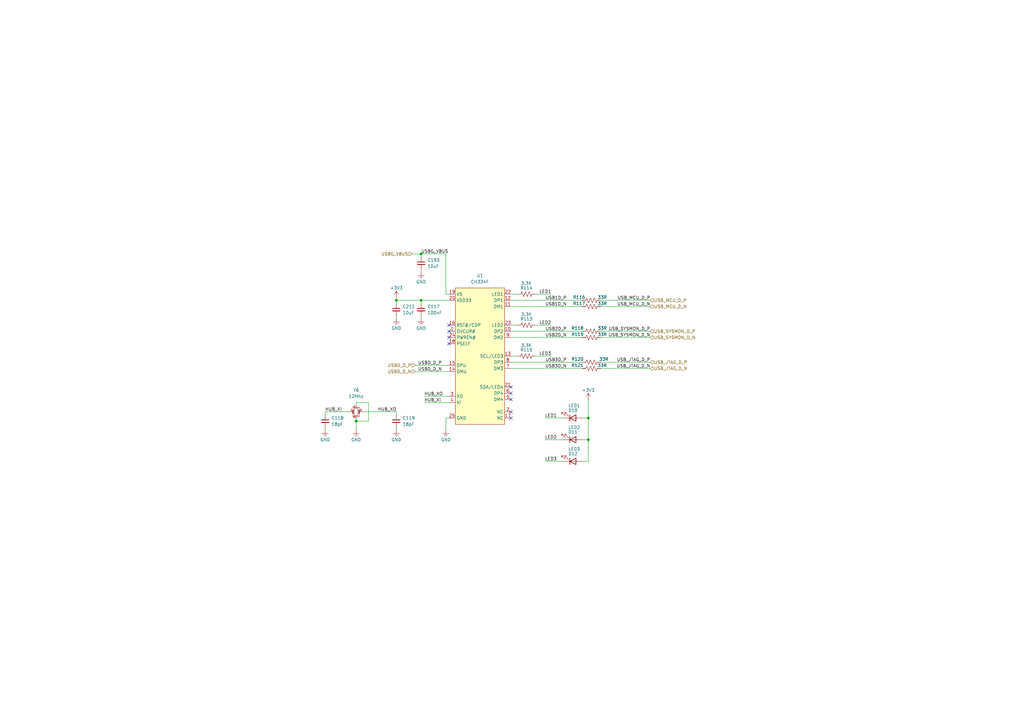
<source format=kicad_sch>
(kicad_sch (version 20250114) (generator "eeschema") (generator_version "9.0")
  (paper "A3")
  (title_block (title "USB Hub") (date "2025-02-18") (rev "3.0") (company "Drexel University") (comment 1 "Designed by John Hofmeyr"))
  (lib_symbols
    (symbol "Device:C_Small" (pin_numbers (hide yes)) (pin_names (offset 0.254) (hide yes))
      (property "Reference" "C" (at 0.254 1.778 0))
      (property "Value" "C_Small" (at 0.254 -2.032 0))
      (symbol "C_Small_0_1"
        (polyline (pts (xy -1.524 0.508) (xy 1.524 0.508)) (stroke (width 0.3048)))
        (polyline (pts (xy -1.524 -0.508) (xy 1.524 -0.508)) (stroke (width 0.3302)))
      )
      (symbol "C_Small_1_1"
        (pin passive line (at 0 2.54 270) (length 2.032) (name "~") (number "1"))
        (pin passive line (at 0 -2.54 90) (length 2.032) (name "~") (number "2"))
      )
    )
    (symbol "Device:Crystal_GND24_Small" (pin_names (offset 1.016) (hide yes))
      (property "Reference" "Y" (at 1.27 4.445 0))
      (property "Value" "Crystal_GND24_Small" (at 1.27 2.54 0))
      (symbol "Crystal_GND24_Small_0_1"
        (polyline (pts (xy -1.27 1.27) (xy -1.27 1.905) (xy 1.27 1.905) (xy 1.27 1.27)))
        (polyline (pts (xy -1.27 -0.762) (xy -1.27 0.762)) (stroke (width 0.381)))
        (polyline (pts (xy -1.27 -1.27) (xy -1.27 -1.905) (xy 1.27 -1.905) (xy 1.27 -1.27)))
        (rectangle (start -0.762 -1.524) (end 0.762 1.524))
        (polyline (pts (xy 1.27 -0.762) (xy 1.27 0.762)) (stroke (width 0.381)))
      )
      (symbol "Crystal_GND24_Small_1_1"
        (pin passive line (at -2.54 0 0) (length 1.27) (name "1") (number "1"))
        (pin passive line (at 0 2.54 270) (length 0.635) (name "4") (number "4"))
        (pin passive line (at 0 -2.54 90) (length 0.635) (name "2") (number "2"))
        (pin passive line (at 2.54 0 180) (length 1.27) (name "3") (number "3"))
      )
    )
    (symbol "Device:LED" (pin_numbers (hide yes)) (pin_names (offset 1.016) (hide yes))
      (property "Reference" "D" (at 0 2.54 0))
      (property "Value" "LED" (at 0 -2.54 0))
      (symbol "LED_0_1"
        (polyline (pts (xy -3.048 -0.762) (xy -4.572 -2.286) (xy -3.81 -2.286) (xy -4.572 -2.286) (xy -4.572 -1.524)))
        (polyline (pts (xy -1.778 -0.762) (xy -3.302 -2.286) (xy -2.54 -2.286) (xy -3.302 -2.286) (xy -3.302 -1.524)))
        (polyline (pts (xy -1.27 0) (xy 1.27 0)))
        (polyline (pts (xy -1.27 -1.27) (xy -1.27 1.27)) (stroke (width 0.254)))
        (polyline (pts (xy 1.27 -1.27) (xy 1.27 1.27) (xy -1.27 0) (xy 1.27 -1.27)) (stroke (width 0.254)))
      )
      (symbol "LED_1_1"
        (pin passive line (at -3.81 0 0) (length 2.54) (name "K") (number "1"))
        (pin passive line (at 3.81 0 180) (length 2.54) (name "A") (number "2"))
      )
    )
    (symbol "Device:R_US" (pin_numbers (hide yes)) (pin_names (offset 0))
      (property "Reference" "R" (at 2.54 0 90))
      (property "Value" "R_US" (at -2.54 0 90))
      (symbol "R_US_0_1"
        (polyline (pts (xy 0 2.286) (xy 0 2.54)))
        (polyline (pts (xy 0 2.286) (xy 1.016 1.905) (xy 0 1.524) (xy -1.016 1.143) (xy 0 0.762)))
        (polyline (pts (xy 0 0.762) (xy 1.016 0.381) (xy 0 0) (xy -1.016 -0.381) (xy 0 -0.762)))
        (polyline (pts (xy 0 -0.762) (xy 1.016 -1.143) (xy 0 -1.524) (xy -1.016 -1.905) (xy 0 -2.286)))
        (polyline (pts (xy 0 -2.286) (xy 0 -2.54)))
      )
      (symbol "R_US_1_1"
        (pin passive line (at 0 3.81 270) (length 1.27) (name "~") (number "1"))
        (pin passive line (at 0 -3.81 90) (length 1.27) (name "~") (number "2"))
      )
    )
    (symbol "IO_Module:CH334F"
      (property "Reference" "U" (at 10.16 57.15 0))
      (property "Value" "CH334F" (at 10.16 54.61 0))
      (symbol "CH334F_1_1"
        (rectangle (start 0 53.34) (end 20.32 -2.54) (fill (type background)))
        (pin passive line (at -2.54 50.8 0) (length 2.54) (name "V5") (number "19"))
        (pin passive line (at -2.54 48.26 0) (length 2.54) (name "VDD33") (number "20"))
        (pin passive line (at -2.54 38.1 0) (length 2.54) (name "RST#/CDP") (number "16"))
        (pin passive line (at -2.54 35.56 0) (length 2.54) (name "OVCUR#") (number "1"))
        (pin passive line (at -2.54 33.02 0) (length 2.54) (name "PWREN#") (number "24"))
        (pin passive line (at -2.54 30.48 0) (length 2.54) (name "PSELF") (number "18"))
        (pin passive line (at -2.54 21.59 0) (length 2.54) (name "DPU") (number "15"))
        (pin passive line (at -2.54 19.05 0) (length 2.54) (name "DMU") (number "14"))
        (pin passive line (at -2.54 8.89 0) (length 2.54) (name "XO") (number "3"))
        (pin passive line (at -2.54 6.35 0) (length 2.54) (name "XI") (number "4"))
        (pin passive line (at -2.54 0 0) (length 2.54) (name "GND") (number "25"))
        (pin passive line (at 22.86 50.8 180) (length 2.54) (name "LED1") (number "22"))
        (pin passive line (at 22.86 48.26 180) (length 2.54) (name "DP1") (number "12"))
        (pin passive line (at 22.86 45.72 180) (length 2.54) (name "DM1") (number "11"))
        (pin passive line (at 22.86 38.1 180) (length 2.54) (name "LED2") (number "23"))
        (pin passive line (at 22.86 35.56 180) (length 2.54) (name "DP2") (number "10"))
        (pin passive line (at 22.86 33.02 180) (length 2.54) (name "DM2") (number "9"))
        (pin passive line (at 22.86 25.4 180) (length 2.54) (name "SCL/LED3") (number "13"))
        (pin passive line (at 22.86 22.86 180) (length 2.54) (name "DP3") (number "8"))
        (pin passive line (at 22.86 20.32 180) (length 2.54) (name "DM3") (number "7"))
        (pin passive line (at 22.86 12.7 180) (length 2.54) (name "SDA/LED4") (number "21"))
        (pin passive line (at 22.86 10.16 180) (length 2.54) (name "DP4") (number "6"))
        (pin passive line (at 22.86 7.62 180) (length 2.54) (name "DM4") (number "5"))
        (pin passive line (at 22.86 2.54 180) (length 2.54) (name "NC") (number "2"))
        (pin passive line (at 22.86 0 180) (length 2.54) (name "NC") (number "17"))
      )
    )
    (symbol "power:+3V3" (power) (pin_numbers (hide yes)) (pin_names (offset 0) (hide yes))
      (property "Value" "+3V3" (at 0 3.556 0))
      (symbol "+3V3_0_1"
        (polyline (pts (xy -0.762 1.27) (xy 0 2.54)))
        (polyline (pts (xy 0 2.54) (xy 0.762 1.27)))
        (polyline (pts (xy 0 0) (xy 0 2.54)))
      )
      (symbol "+3V3_1_1"
        (pin power_in line (at 0 0 90) (length 0) (name "~") (number "1"))
      )
    )
    (symbol "power:GND" (power) (pin_numbers (hide yes)) (pin_names (offset 0) (hide yes))
      (property "Value" "GND" (at 0 -3.81 0))
      (symbol "GND_0_1"
        (polyline (pts (xy -0.635 -1.905) (xy 0.635 -1.905)))
        (polyline (pts (xy -0.127 -2.54) (xy 0.127 -2.54)))
        (polyline (pts (xy 0 -1.27) (xy 0 0)))
        (polyline (pts (xy 1.27 -1.27) (xy -1.27 -1.27)))
      )
      (symbol "GND_1_1"
        (pin power_in line (at 0 0 270) (length 0) (name "~") (number "1"))
      )
    )
  )
  (junction (at 162.56 123.19))
  (junction (at 241.3 180.34))
  (junction (at 146.05 172.72))
  (junction (at 172.72 104.14))
  (junction (at 172.72 123.19))
  (junction (at 241.3 171.45))
  (no_connect (at 209.55 168.91))
  (no_connect (at 184.15 135.89))
  (no_connect (at 184.15 138.43))
  (no_connect (at 209.55 161.29))
  (no_connect (at 184.15 140.97))
  (no_connect (at 184.15 133.35))
  (no_connect (at 209.55 163.83))
  (no_connect (at 209.55 171.45))
  (no_connect (at 209.55 158.75))
  (wire (pts (xy 162.56 129.54) (xy 162.56 130.81)))
  (wire (pts (xy 241.3 180.34) (xy 241.3 189.23)))
  (wire (pts (xy 162.56 123.19) (xy 172.72 123.19)))
  (wire (pts (xy 209.55 151.13) (xy 238.76 151.13)))
  (wire (pts (xy 209.55 133.35) (xy 212.09 133.35)))
  (wire (pts (xy 209.55 125.73) (xy 238.76 125.73)))
  (wire (pts (xy 184.15 152.4) (xy 170.18 152.4)))
  (wire (pts (xy 246.38 151.13) (xy 266.7 151.13)))
  (wire (pts (xy 162.56 175.26) (xy 162.56 176.53)))
  (wire (pts (xy 238.76 189.23) (xy 241.3 189.23)))
  (wire (pts (xy 182.88 120.65) (xy 182.88 104.14)))
  (wire (pts (xy 184.15 171.45) (xy 182.88 171.45)))
  (wire (pts (xy 246.38 138.43) (xy 266.7 138.43)))
  (wire (pts (xy 172.72 104.14) (xy 182.88 104.14)))
  (wire (pts (xy 162.56 168.91) (xy 162.56 170.18)))
  (wire (pts (xy 223.52 189.23) (xy 231.14 189.23)))
  (wire (pts (xy 246.38 125.73) (xy 266.7 125.73)))
  (wire (pts (xy 246.38 148.59) (xy 266.7 148.59)))
  (wire (pts (xy 172.72 110.49) (xy 172.72 111.76)))
  (wire (pts (xy 223.52 180.34) (xy 231.14 180.34)))
  (wire (pts (xy 172.72 123.19) (xy 184.15 123.19)))
  (wire (pts (xy 146.05 172.72) (xy 146.05 171.45)))
  (wire (pts (xy 146.05 165.1) (xy 151.13 165.1)))
  (wire (pts (xy 148.59 168.91) (xy 162.56 168.91)))
  (wire (pts (xy 209.55 135.89) (xy 238.76 135.89)))
  (wire (pts (xy 241.3 171.45) (xy 241.3 180.34)))
  (wire (pts (xy 209.55 148.59) (xy 238.76 148.59)))
  (wire (pts (xy 172.72 129.54) (xy 172.72 130.81)))
  (wire (pts (xy 219.71 120.65) (xy 226.06 120.65)))
  (wire (pts (xy 146.05 166.37) (xy 146.05 165.1)))
  (wire (pts (xy 209.55 120.65) (xy 212.09 120.65)))
  (wire (pts (xy 151.13 165.1) (xy 151.13 172.72)))
  (wire (pts (xy 162.56 121.92) (xy 162.56 123.19)))
  (wire (pts (xy 246.38 123.19) (xy 266.7 123.19)))
  (wire (pts (xy 173.99 162.56) (xy 184.15 162.56)))
  (wire (pts (xy 209.55 146.05) (xy 212.09 146.05)))
  (wire (pts (xy 241.3 163.83) (xy 241.3 171.45)))
  (wire (pts (xy 146.05 172.72) (xy 146.05 176.53)))
  (wire (pts (xy 173.99 165.1) (xy 184.15 165.1)))
  (wire (pts (xy 238.76 180.34) (xy 241.3 180.34)))
  (wire (pts (xy 223.52 171.45) (xy 231.14 171.45)))
  (wire (pts (xy 172.72 123.19) (xy 172.72 124.46)))
  (wire (pts (xy 219.71 133.35) (xy 226.06 133.35)))
  (wire (pts (xy 238.76 171.45) (xy 241.3 171.45)))
  (wire (pts (xy 162.56 124.46) (xy 162.56 123.19)))
  (wire (pts (xy 133.35 168.91) (xy 143.51 168.91)))
  (wire (pts (xy 172.72 105.41) (xy 172.72 104.14)))
  (wire (pts (xy 182.88 171.45) (xy 182.88 176.53)))
  (wire (pts (xy 151.13 172.72) (xy 146.05 172.72)))
  (wire (pts (xy 184.15 120.65) (xy 182.88 120.65)))
  (wire (pts (xy 184.15 149.86) (xy 170.18 149.86)))
  (wire (pts (xy 133.35 168.91) (xy 133.35 170.18)))
  (wire (pts (xy 133.35 175.26) (xy 133.35 176.53)))
  (wire (pts (xy 219.71 146.05) (xy 226.06 146.05)))
  (wire (pts (xy 209.55 123.19) (xy 238.76 123.19)))
  (wire (pts (xy 246.38 135.89) (xy 266.7 135.89)))
  (wire (pts (xy 168.91 104.14) (xy 172.72 104.14)))
  (wire (pts (xy 209.55 138.43) (xy 238.76 138.43)))
  (label "USB3D_N" (at 232.41 151.13 180))
  (label "LED3" (at 223.52 189.23 0))
  (label "USB1D_N" (at 232.41 125.73 180))
  (label "USB2D_P" (at 232.41 135.89 180))
  (label "USBD_D_P" (at 171.45 149.86 0))
  (label "USB_SYSMON_D_P" (at 266.7 135.89 180))
  (label "LED3" (at 226.06 146.05 180))
  (label "HUB_XO" (at 162.56 168.91 180))
  (label "HUB_XI" (at 173.99 165.1 0))
  (label "USB_JTAG_D_N" (at 266.7 151.13 180))
  (label "LED2" (at 226.06 133.35 180))
  (label "HUB_XO" (at 173.99 162.56 0))
  (label "USBG_VBUS" (at 172.72 104.14 0))
  (label "LED1" (at 223.52 171.45 0))
  (label "LED2" (at 223.52 180.34 0))
  (label "USB3D_P" (at 232.41 148.59 180))
  (label "USB_MCU_D_P" (at 266.7 123.19 180))
  (label "HUB_XI" (at 133.35 168.91 0))
  (label "USB1D_P" (at 232.41 123.19 180))
  (label "USB_MCU_D_N" (at 266.7 125.73 180))
  (label "USBD_D_N" (at 171.45 152.4 0))
  (label "USB_SYSMON_D_N" (at 266.7 138.43 180))
  (label "USB2D_N" (at 232.41 138.43 180))
  (label "USB_JTAG_D_P" (at 266.7 148.59 180))
  (label "LED1" (at 226.06 120.65 180))
  (hierarchical_label "USBD_D_N" (shape input) (at 170.18 152.4 180))
  (hierarchical_label "USBG_VBUS" (shape input) (at 168.91 104.14 180))
  (hierarchical_label "USB_MCU_D_P" (shape input) (at 266.7 123.19 0))
  (hierarchical_label "USB_JTAG_D_N" (shape input) (at 266.7 151.13 0))
  (hierarchical_label "USB_MCU_D_N" (shape input) (at 266.7 125.73 0))
  (hierarchical_label "USB_SYSMON_D_N" (shape input) (at 266.7 138.43 0))
  (hierarchical_label "USB_JTAG_D_P" (shape input) (at 266.7 148.59 0))
  (hierarchical_label "USB_SYSMON_D_P" (shape input) (at 266.7 135.89 0))
  (hierarchical_label "USBD_D_P" (shape input) (at 170.18 149.86 180))
  (symbol (lib_id "power:GND") (at 146.05 176.53 0) (unit 1)
    (property "Reference" "#PWR0252" (effects (hide yes)))
    (property "Value" "GND" (at 146.05 180.34 0))
    (property "Description" "Power symbol creates a global label with name \"GND\" , ground" (effects (hide yes)))
  )
  (symbol (lib_id "Device:R_US") (at 242.57 151.13 270) (unit 1)
    (property "Reference" "R121" (at 236.855 149.86 90))
    (property "Value" "33R" (at 247.015 149.86 90))
    (property "Footprint" "Resistor_SMD:R_0201_0603Metric" (effects (hide yes)))
    (property "Description" "Resistor, US symbol" (effects (hide yes)))
  )
  (symbol (lib_id "Device:R_US") (at 242.57 148.59 270) (unit 1)
    (property "Reference" "R120" (at 236.855 147.32 90))
    (property "Value" "33R" (at 247.65 147.32 90))
    (property "Footprint" "Resistor_SMD:R_0201_0603Metric" (effects (hide yes)))
    (property "Description" "Resistor, US symbol" (effects (hide yes)))
  )
  (symbol (lib_id "Device:R_US") (at 242.57 125.73 270) (unit 1)
    (property "Reference" "R117" (at 237.49 124.46 90))
    (property "Value" "33R" (at 247.015 124.46 90))
    (property "Footprint" "Resistor_SMD:R_0201_0603Metric" (effects (hide yes)))
    (property "Description" "Resistor, US symbol" (effects (hide yes)))
  )
  (symbol (lib_id "Device:LED") (at 234.95 171.45 0) (mirror x) (unit 1)
    (property "Reference" "D10" (at 233.045 168.275 0) (effects (justify left)))
    (property "Value" "LED1" (at 233.045 166.37 0) (effects (justify left)))
    (property "Footprint" "LED_SMD:LED_0603_1608Metric" (effects (hide yes)))
    (property "Description" "Light emitting diode" (effects (hide yes)))
  )
  (symbol (lib_id "power:GND") (at 182.88 176.53 0) (unit 1)
    (property "Reference" "#PWR0254" (effects (hide yes)))
    (property "Value" "GND" (at 182.88 180.34 0))
    (property "Description" "Power symbol creates a global label with name \"GND\" , ground" (effects (hide yes)))
  )
  (symbol (lib_id "Device:C_Small") (at 172.72 107.95 0) (unit 1)
    (property "Reference" "C193" (at 175.26 106.6862 0) (effects (justify left)))
    (property "Value" "10uF" (at 175.26 109.2262 0) (effects (justify left)))
    (property "Footprint" "Capacitor_SMD:C_0603_1608Metric" (effects (hide yes)))
    (property "Description" "Unpolarized capacitor, small symbol" (effects (hide yes)))
  )
  (symbol (lib_id "Device:C_Small") (at 162.56 127 0) (unit 1)
    (property "Reference" "C211" (at 165.1 125.7362 0) (effects (justify left)))
    (property "Value" "10uF" (at 165.1 128.2762 0) (effects (justify left)))
    (property "Footprint" "Capacitor_SMD:C_0603_1608Metric" (effects (hide yes)))
    (property "Description" "Unpolarized capacitor, small symbol" (effects (hide yes)))
  )
  (symbol (lib_id "Device:R_US") (at 242.57 123.19 270) (unit 1)
    (property "Reference" "R116" (at 237.49 121.92 90))
    (property "Value" "33R" (at 247.015 121.92 90))
    (property "Footprint" "Resistor_SMD:R_0201_0603Metric" (effects (hide yes)))
    (property "Description" "Resistor, US symbol" (effects (hide yes)))
  )
  (symbol (lib_id "Device:LED") (at 234.95 189.23 0) (mirror x) (unit 1)
    (property "Reference" "D12" (at 233.045 186.055 0) (effects (justify left)))
    (property "Value" "LED3" (at 233.045 184.15 0) (effects (justify left)))
    (property "Footprint" "LED_SMD:LED_0603_1608Metric" (effects (hide yes)))
    (property "Description" "Light emitting diode" (effects (hide yes)))
  )
  (symbol (lib_id "power:GND") (at 162.56 130.81 0) (unit 1)
    (property "Reference" "#PWR0431" (effects (hide yes)))
    (property "Value" "GND" (at 162.56 134.62 0))
    (property "Description" "Power symbol creates a global label with name \"GND\" , ground" (effects (hide yes)))
  )
  (symbol (lib_id "Device:C_Small") (at 133.35 172.72 0) (unit 1)
    (property "Reference" "C118" (at 135.89 171.4562 0) (effects (justify left)))
    (property "Value" "18pF" (at 135.89 173.9962 0) (effects (justify left)))
    (property "Footprint" "Capacitor_SMD:C_0201_0603Metric" (effects (hide yes)))
    (property "Description" "Unpolarized capacitor, small symbol" (effects (hide yes)))
  )
  (symbol (lib_id "Device:R_US") (at 215.9 120.65 270) (unit 1)
    (property "Reference" "R114" (at 215.9 118.11 90))
    (property "Value" "3.3K" (at 215.9 116.205 90))
    (property "Footprint" "Resistor_SMD:R_0201_0603Metric" (effects (hide yes)))
    (property "Description" "Resistor, US symbol" (effects (hide yes)))
  )
  (symbol (lib_id "Device:R_US") (at 215.9 146.05 270) (unit 1)
    (property "Reference" "R115" (at 215.9 143.51 90))
    (property "Value" "3.3K" (at 215.9 141.605 90))
    (property "Footprint" "Resistor_SMD:R_0201_0603Metric" (effects (hide yes)))
    (property "Description" "Resistor, US symbol" (effects (hide yes)))
  )
  (symbol (lib_id "Device:C_Small") (at 162.56 172.72 0) (unit 1)
    (property "Reference" "C119" (at 165.1 171.4562 0) (effects (justify left)))
    (property "Value" "18pF" (at 165.1 173.9962 0) (effects (justify left)))
    (property "Footprint" "Capacitor_SMD:C_0201_0603Metric" (effects (hide yes)))
    (property "Description" "Unpolarized capacitor, small symbol" (effects (hide yes)))
  )
  (symbol (lib_id "Device:R_US") (at 215.9 133.35 270) (unit 1)
    (property "Reference" "R113" (at 215.9 130.81 90))
    (property "Value" "3.3K" (at 215.9 128.905 90))
    (property "Footprint" "Resistor_SMD:R_0201_0603Metric" (effects (hide yes)))
    (property "Description" "Resistor, US symbol" (effects (hide yes)))
  )
  (symbol (lib_id "IO_Module:CH334F") (at 186.69 171.45 0) (unit 1)
    (property "Reference" "U1" (at 196.85 113.03 0))
    (property "Value" "CH334F" (at 196.85 115.57 0))
    (property "Footprint" "Package_DFN_QFN:QFN-24-1EP_4x4mm_P0.5mm_EP2.15x2.15mm" (effects (hide yes)))
    (property "Datasheet" "https://cdn-learn.adafruit.com/assets/assets/000/131/435/original/CH334DS1.PDF?1721660148" (effects (hide yes)))
    (property "Description" "4 Port USB 2.0 Hub" (effects (hide yes)))
  )
  (symbol (lib_id "power:GND") (at 172.72 111.76 0) (unit 1)
    (property "Reference" "#PWR0430" (effects (hide yes)))
    (property "Value" "GND" (at 172.72 115.57 0))
    (property "Description" "Power symbol creates a global label with name \"GND\" , ground" (effects (hide yes)))
  )
  (symbol (lib_id "power:GND") (at 133.35 176.53 0) (unit 1)
    (property "Reference" "#PWR0251" (effects (hide yes)))
    (property "Value" "GND" (at 133.35 180.34 0))
    (property "Description" "Power symbol creates a global label with name \"GND\" , ground" (effects (hide yes)))
  )
  (symbol (lib_id "power:+3V3") (at 241.3 163.83 0) (unit 1)
    (property "Reference" "#PWR0255" (effects (hide yes)))
    (property "Value" "+3V3" (at 241.3 160.02 0))
    (property "Description" "Power symbol creates a global label with name \"+3V3\"" (effects (hide yes)))
  )
  (symbol (lib_id "power:GND") (at 172.72 130.81 0) (unit 1)
    (property "Reference" "#PWR0249" (effects (hide yes)))
    (property "Value" "GND" (at 172.72 134.62 0))
    (property "Description" "Power symbol creates a global label with name \"GND\" , ground" (effects (hide yes)))
  )
  (symbol (lib_id "Device:C_Small") (at 172.72 127 0) (unit 1)
    (property "Reference" "C117" (at 175.26 125.7362 0) (effects (justify left)))
    (property "Value" "100nF" (at 175.26 128.2762 0) (effects (justify left)))
    (property "Footprint" "Capacitor_SMD:C_0201_0603Metric" (effects (hide yes)))
    (property "Datasheet" "GRM155R71H104KE14D" (effects (hide yes)))
    (property "Description" "Unpolarized capacitor, small symbol" (effects (hide yes)))
  )
  (symbol (lib_id "Device:Crystal_GND24_Small") (at 146.05 168.91 0) (unit 1)
    (property "Reference" "Y6" (at 146.05 160.02 0))
    (property "Value" "12Mhz" (at 146.05 162.56 0))
    (property "Footprint" "Oscillator:Oscillator_SMD_Abracon_ASE-4Pin_3.2x2.5mm" (effects (hide yes)))
    (property "Datasheet" "https://abracon.com/Resonators/abm8.pdf" (effects (hide yes)))
    (property "Description" "Four pin crystal, GND on pins 2 and 4, small symbol" (effects (hide yes)))
  )
  (symbol (lib_id "Device:LED") (at 234.95 180.34 0) (mirror x) (unit 1)
    (property "Reference" "D11" (at 233.045 177.165 0) (effects (justify left)))
    (property "Value" "LED2" (at 233.045 175.26 0) (effects (justify left)))
    (property "Footprint" "LED_SMD:LED_0603_1608Metric" (effects (hide yes)))
    (property "Description" "Light emitting diode" (effects (hide yes)))
  )
  (symbol (lib_id "power:+3V3") (at 162.56 121.92 0) (unit 1)
    (property "Reference" "#PWR0250" (effects (hide yes)))
    (property "Value" "+3V3" (at 162.56 118.11 0))
    (property "Description" "Power symbol creates a global label with name \"+3V3\"" (effects (hide yes)))
  )
  (symbol (lib_id "Device:R_US") (at 242.57 138.43 270) (unit 1)
    (property "Reference" "R119" (at 236.855 137.16 90))
    (property "Value" "33R" (at 247.015 137.16 90))
    (property "Footprint" "Resistor_SMD:R_0201_0603Metric" (effects (hide yes)))
    (property "Description" "Resistor, US symbol" (effects (hide yes)))
  )
  (symbol (lib_id "Device:R_US") (at 242.57 135.89 270) (unit 1)
    (property "Reference" "R118" (at 236.855 134.62 90))
    (property "Value" "33R" (at 247.015 134.62 90))
    (property "Footprint" "Resistor_SMD:R_0201_0603Metric" (effects (hide yes)))
    (property "Description" "Resistor, US symbol" (effects (hide yes)))
  )
  (symbol (lib_id "power:GND") (at 162.56 176.53 0) (unit 1)
    (property "Reference" "#PWR0253" (effects (hide yes)))
    (property "Value" "GND" (at 162.56 180.34 0))
    (property "Description" "Power symbol creates a global label with name \"GND\" , ground" (effects (hide yes)))
  )
)
</source>
